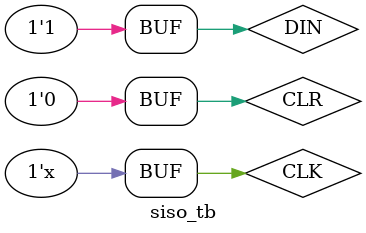
<source format=v>
 module siso (
    input din,clk,clr,
    output reg [3:0]q
);

 

always @(posedge clk or posedge clr) begin
    if (clr)
     q<=0;
    else begin
       q<=q>>1;    //q'=q>>1;
      q[3]<=din;  //q={din,q'[2:0]}
    end
end
  
endmodule

module siso_tb;
wire [3:0]Q;
reg DIN,CLK,CLR;

siso dut(.din(DIN), .clk(CLK), .clr(CLR), .q(Q));

initial begin
    $monitor("%t)\t Q=%B\tD=%b",$time,Q,DIN);
    CLK=0;CLR=1;
    #10 CLR=0;
    #5 DIN=1;
    #10 DIN=1;
    #10 DIN=1;
    #10 DIN=1;
end

always #5 CLK=~CLK;
endmodule

</source>
